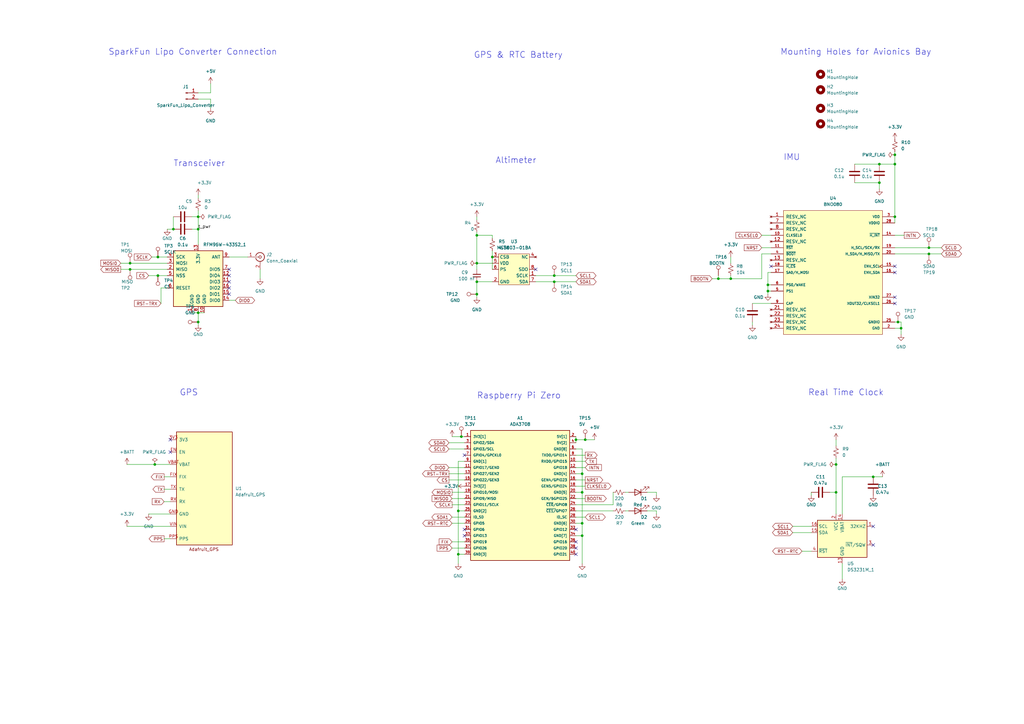
<source format=kicad_sch>
(kicad_sch (version 20211123) (generator eeschema)
  (paper "A3")
  (title_block (title "Neutro") (date "2023-01-05") (rev "v1") (company "Rice Eclipse") (comment 1 "Hong-Ye Wang"))
  (lib_symbols
    (symbol "Connector:Conn_Coaxial" (pin_names (offset 1.016) hide)
      (property "Reference" "J" (at 0.254 3.048 0))
      (property "Value" "Conn_Coaxial" (at 2.921 0 90))
      (symbol "Conn_Coaxial_0_1"
        (arc (start -1.778 -0.508) (mid 0.2311 -1.8066) (end 1.778 0) (stroke (width 0.254)))
        (polyline (pts (xy -2.54 0) (xy -0.508 0)))
        (polyline (pts (xy 0 -2.54) (xy 0 -1.778)))
        (circle (center 0 0) (radius 0.508) (stroke (width 0.2032)))
        (arc (start 1.778 0) (mid 0.2099 1.8101) (end -1.778 0.508) (stroke (width 0.254)))
      )
      (symbol "Conn_Coaxial_1_1"
        (pin passive line (at -5.08 0 0) (length 2.54) (name "In") (number "1"))
        (pin passive line (at 0 -5.08 90) (length 2.54) (name "Ext") (number "2"))
      )
    )
    (symbol "Connector:TestPoint" (pin_numbers hide) (pin_names (offset 0.762) hide)
      (property "Reference" "TP" (at 0 6.858 0))
      (property "Value" "TestPoint" (at 0 5.08 0))
      (symbol "TestPoint_0_1"
        (circle (center 0 3.302) (radius 0.762))
      )
      (symbol "TestPoint_1_1"
        (pin passive line (at 0 0 90) (length 2.54) (name "1") (number "1"))
      )
    )
    (symbol "Device:C" (pin_numbers hide) (pin_names (offset 0.254))
      (property "Reference" "C" (at 0.635 2.54 0))
      (property "Value" "C" (at 0.635 -2.54 0))
      (symbol "C_0_1"
        (polyline (pts (xy -2.032 -0.762) (xy 2.032 -0.762)) (stroke (width 0.508)))
        (polyline (pts (xy -2.032 0.762) (xy 2.032 0.762)) (stroke (width 0.508)))
      )
      (symbol "C_1_1"
        (pin passive line (at 0 3.81 270) (length 2.794) (name "~") (number "1"))
        (pin passive line (at 0 -3.81 90) (length 2.794) (name "~") (number "2"))
      )
    )
    (symbol "Device:C_Small" (pin_numbers hide) (pin_names (offset 0.254) hide)
      (property "Reference" "C" (at 0.254 1.778 0))
      (property "Value" "C_Small" (at 0.254 -2.032 0))
      (symbol "C_Small_0_1"
        (polyline (pts (xy -1.524 -0.508) (xy 1.524 -0.508)) (stroke (width 0.3302)))
        (polyline (pts (xy -1.524 0.508) (xy 1.524 0.508)) (stroke (width 0.3048)))
      )
      (symbol "C_Small_1_1"
        (pin passive line (at 0 2.54 270) (length 2.032) (name "~") (number "1"))
        (pin passive line (at 0 -2.54 90) (length 2.032) (name "~") (number "2"))
      )
    )
    (symbol "Device:LED" (pin_numbers hide) (pin_names (offset 1.016) hide)
      (property "Reference" "D" (at 0 2.54 0))
      (property "Value" "LED" (at 0 -2.54 0))
      (symbol "LED_0_1"
        (polyline (pts (xy -1.27 -1.27) (xy -1.27 1.27)) (stroke (width 0.254)))
        (polyline (pts (xy -1.27 0) (xy 1.27 0)))
        (polyline (pts (xy 1.27 -1.27) (xy 1.27 1.27) (xy -1.27 0) (xy 1.27 -1.27)) (stroke (width 0.254)))
        (polyline (pts (xy -3.048 -0.762) (xy -4.572 -2.286) (xy -3.81 -2.286) (xy -4.572 -2.286) (xy -4.572 -1.524)))
        (polyline (pts (xy -1.778 -0.762) (xy -3.302 -2.286) (xy -2.54 -2.286) (xy -3.302 -2.286) (xy -3.302 -1.524)))
      )
      (symbol "LED_1_1"
        (pin passive line (at -3.81 0 0) (length 2.54) (name "K") (number "1"))
        (pin passive line (at 3.81 0 180) (length 2.54) (name "A") (number "2"))
      )
    )
    (symbol "Device:R_Small_US" (pin_numbers hide) (pin_names (offset 0.254) hide)
      (property "Reference" "R" (at 0.762 0.508 0))
      (property "Value" "R_Small_US" (at 0.762 -1.016 0))
      (symbol "R_Small_US_1_1"
        (polyline (pts (xy 0 0) (xy 1.016 -0.381) (xy 0 -0.762) (xy -1.016 -1.143) (xy 0 -1.524)))
        (polyline (pts (xy 0 1.524) (xy 1.016 1.143) (xy 0 0.762) (xy -1.016 0.381) (xy 0 0)))
        (pin passive line (at 0 2.54 270) (length 1.016) (name "~") (number "1"))
        (pin passive line (at 0 -2.54 90) (length 1.016) (name "~") (number "2"))
      )
    )
    (symbol "Mechanical:MountingHole" (pin_names (offset 1.016))
      (property "Reference" "H" (at 0 5.08 0))
      (property "Value" "MountingHole" (at 0 3.175 0))
      (symbol "MountingHole_0_1"
        (circle (center 0 0) (radius 1.27) (stroke (width 1.27)))
      )
    )
    (symbol "Neutro_Symbol:ADA3708" (pin_names (offset 1.016))
      (property "Reference" "A1" (at 0 30.48 0))
      (property "Value" "ADA3708" (at 0 27.94 0))
      (symbol "ADA3708_0_0"
        (rectangle (start -20.32 -27.94) (end 20.32 25.4) (stroke (width 0.254)) (fill (type background)))
        (pin power_out line (at -22.86 22.86 0) (length 2.54) (name "3V3[1]") (number "1"))
        (pin bidirectional line (at 22.86 12.7 180) (length 2.54) (name "RXD0/GPIO15") (number "10"))
        (pin bidirectional line (at -22.86 10.16 0) (length 2.54) (name "GPIO17/GEN0") (number "11"))
        (pin bidirectional line (at 22.86 10.16 180) (length 2.54) (name "GPIO18") (number "12"))
        (pin bidirectional line (at -22.86 7.62 0) (length 2.54) (name "GPIO27/GEN2") (number "13"))
        (pin power_in line (at 22.86 7.62 180) (length 2.54) (name "GND[4]") (number "14"))
        (pin bidirectional line (at -22.86 5.08 0) (length 2.54) (name "GPIO22/GEN3") (number "15"))
        (pin bidirectional line (at 22.86 5.08 180) (length 2.54) (name "GEN4/GPIO23") (number "16"))
        (pin passive line (at -22.86 2.54 0) (length 2.54) (name "3V3[2]") (number "17"))
        (pin bidirectional line (at 22.86 2.54 180) (length 2.54) (name "GEN5/GPIO24") (number "18"))
        (pin bidirectional line (at -22.86 0 0) (length 2.54) (name "GPIO10/MOSI") (number "19"))
        (pin power_in line (at 22.86 22.86 180) (length 2.54) (name "5V[1]") (number "2"))
        (pin power_in line (at 22.86 0 180) (length 2.54) (name "GND[5]") (number "20"))
        (pin bidirectional line (at -22.86 -2.54 0) (length 2.54) (name "GPIO9/MISO") (number "21"))
        (pin bidirectional line (at 22.86 -2.54 180) (length 2.54) (name "GEN/6GPIO25") (number "22"))
        (pin bidirectional line (at -22.86 -5.08 0) (length 2.54) (name "GPIO11/SCLK") (number "23"))
        (pin bidirectional line (at 22.86 -5.08 180) (length 2.54) (name "~{CE0}/GPIO8") (number "24"))
        (pin power_in line (at -22.86 -7.62 0) (length 2.54) (name "GND[2]") (number "25"))
        (pin bidirectional line (at 22.86 -7.62 180) (length 2.54) (name "~{CE1/}GPIO7") (number "26"))
        (pin bidirectional line (at -22.86 -10.16 0) (length 2.54) (name "ID_SD") (number "27"))
        (pin bidirectional line (at 22.86 -10.16 180) (length 2.54) (name "ID_SC") (number "28"))
        (pin bidirectional line (at -22.86 -12.7 0) (length 2.54) (name "GPIO5") (number "29"))
        (pin bidirectional line (at -22.86 20.32 0) (length 2.54) (name "GPIO2/SDA") (number "3"))
        (pin power_in line (at 22.86 -12.7 180) (length 2.54) (name "GND[6]") (number "30"))
        (pin bidirectional line (at -22.86 -15.24 0) (length 2.54) (name "GPIO6") (number "31"))
        (pin bidirectional line (at 22.86 -15.24 180) (length 2.54) (name "GPIO12") (number "32"))
        (pin bidirectional line (at -22.86 -17.78 0) (length 2.54) (name "GPIO13") (number "33"))
        (pin power_in line (at 22.86 -17.78 180) (length 2.54) (name "GND[7]") (number "34"))
        (pin bidirectional line (at -22.86 -20.32 0) (length 2.54) (name "GPIO19") (number "35"))
        (pin bidirectional line (at 22.86 -20.32 180) (length 2.54) (name "GPIO16") (number "36"))
        (pin bidirectional line (at -22.86 -22.86 0) (length 2.54) (name "GPIO26") (number "37"))
        (pin bidirectional line (at 22.86 -22.86 180) (length 2.54) (name "GPIO20") (number "38"))
        (pin power_in line (at -22.86 -25.4 0) (length 2.54) (name "GND[3]") (number "39"))
        (pin power_in line (at 22.86 20.32 180) (length 2.54) (name "5V[2]") (number "4"))
        (pin bidirectional line (at 22.86 -25.4 180) (length 2.54) (name "GPIO21") (number "40"))
        (pin bidirectional line (at -22.86 17.78 0) (length 2.54) (name "GPIO3/SCL") (number "5"))
        (pin power_in line (at 22.86 17.78 180) (length 2.54) (name "GND[8]") (number "6"))
        (pin bidirectional line (at -22.86 15.24 0) (length 2.54) (name "GPIO4/GPCKL0") (number "7"))
        (pin bidirectional line (at 22.86 15.24 180) (length 2.54) (name "TXD0/GPIO14") (number "8"))
        (pin power_in line (at -22.86 12.7 0) (length 2.54) (name "GND[1]") (number "9"))
      )
    )
    (symbol "Neutro_Symbol:Adafruit_GPS" (pin_names (offset 1.016))
      (property "Reference" "U1" (at 13.97 -9.8384 0))
      (property "Value" "Adafruit_GPS" (at 13.97 -12.3784 0))
      (symbol "Adafruit_GPS_0_0"
        (rectangle (start -10.16 13.335) (end 12.7 -33.02) (stroke (width 0.254)) (fill (type background)))
        (text "Adafruit_GPS" (at -5.08 -35.56 0) (effects (font (size 1.27 1.27)) (justify left bottom)))
      )
      (symbol "Adafruit_GPS_1_1"
        (pin power_out line (at -12.7 10.16 0) (length 2.54) (name "3V3") (number "3V3"))
        (pin input line (at -12.7 5.08 0) (length 2.54) (name "EN") (number "EN"))
        (pin output line (at -12.7 -5.08 0) (length 2.54) (name "FIX") (number "FIX"))
        (pin power_in line (at -12.7 -20.32 0) (length 2.54) (name "GND") (number "GND"))
        (pin output line (at -12.7 -30.48 0) (length 2.54) (name "PPS") (number "PPS"))
        (pin input line (at -12.7 -15.24 0) (length 2.54) (name "RX") (number "RX"))
        (pin output line (at -12.7 -10.16 0) (length 2.54) (name "TX") (number "TX"))
        (pin power_in line (at -12.7 0 0) (length 2.54) (name "VBAT") (number "VBAT"))
        (pin power_in line (at -12.7 -25.4 0) (length 2.54) (name "VIN") (number "VIN"))
      )
    )
    (symbol "Neutro_Symbol:BNO080" (pin_names (offset 1.016))
      (property "Reference" "U4" (at 0 30.48 0))
      (property "Value" "BNO080" (at 0 27.94 0))
      (symbol "BNO080_0_0"
        (rectangle (start -20.32 -25.4) (end 20.32 25.4) (stroke (width 0.1524)) (fill (type background)))
        (pin input line (at -25.4 15.24 0) (length 5.08) (name "CLKSEL0") (number "10"))
        (pin input line (at -25.4 10.16 0) (length 5.08) (name "~{RST}") (number "11"))
        (pin output line (at 25.4 15.24 180) (length 5.08) (name "~{H_INT}") (number "14"))
        (pin bidirectional clock (at 25.4 2.54 180) (length 5.08) (name "ENV_SCL") (number "15"))
        (pin bidirectional line (at 25.4 0 180) (length 5.08) (name "ENV_SDA") (number "16"))
        (pin input line (at -25.4 0 0) (length 5.08) (name "SA0/H_MOSI") (number "17"))
        (pin input line (at -25.4 2.54 0) (length 5.08) (name "~{H_CS}") (number "18"))
        (pin bidirectional line (at 25.4 10.16 180) (length 5.08) (name "H_SCL/SCK/RX") (number "19"))
        (pin power_in line (at 25.4 -22.86 180) (length 5.08) (name "GND") (number "2"))
        (pin bidirectional line (at 25.4 7.62 180) (length 5.08) (name "H_SDA/H_MISO/TX") (number "20"))
        (pin power_in line (at 25.4 -20.32 180) (length 5.08) (name "GNDIO") (number "25"))
        (pin output line (at 25.4 -12.7 180) (length 5.08) (name "XOUT32/CLKSEL1") (number "26"))
        (pin input line (at 25.4 -10.16 180) (length 5.08) (name "XIN32") (number "27"))
        (pin power_in line (at 25.4 20.32 180) (length 5.08) (name "VDDIO") (number "28"))
        (pin power_in line (at 25.4 22.86 180) (length 5.08) (name "VDD") (number "3"))
        (pin input line (at -25.4 7.62 0) (length 5.08) (name "~{BOOT}") (number "4"))
        (pin input line (at -25.4 -7.62 0) (length 5.08) (name "PS1") (number "5"))
        (pin input line (at -25.4 -5.08 0) (length 5.08) (name "PS0/WAKE") (number "6"))
        (pin passive line (at -25.4 -12.7 0) (length 5.08) (name "CAP") (number "9"))
      )
      (symbol "BNO080_1_1"
        (pin no_connect line (at -25.4 22.86 0) (length 5.08) (name "RESV_NC") (number "1"))
        (pin no_connect line (at -25.4 12.7 0) (length 5.08) (name "RESV_NC") (number "12"))
        (pin no_connect line (at -25.4 5.08 0) (length 5.08) (name "RESV_NC") (number "13"))
        (pin no_connect line (at -25.4 -15.24 0) (length 5.08) (name "RESV_NC") (number "21"))
        (pin no_connect line (at -25.4 -17.78 0) (length 5.08) (name "RESV_NC") (number "22"))
        (pin no_connect line (at -25.4 -20.32 0) (length 5.08) (name "RESV_NC") (number "23"))
        (pin no_connect line (at -25.4 -22.86 0) (length 5.08) (name "RESV_NC") (number "24"))
        (pin no_connect line (at -25.4 20.32 0) (length 5.08) (name "RESV_NC") (number "7"))
        (pin no_connect line (at -25.4 17.78 0) (length 5.08) (name "RESV_NC") (number "8"))
      )
    )
    (symbol "Neutro_Symbol:DS3231M_1"
      (property "Reference" "U5" (at 2.54 11.43 0))
      (property "Value" "DS3231M_1" (at 2.54 8.89 0))
      (symbol "DS3231M_1_0_1"
        (rectangle (start -10.16 7.62) (end 10.16 -7.62) (stroke (width 0.254)) (fill (type background)))
      )
      (symbol "DS3231M_1_1_1"
        (pin open_collector line (at 12.7 5.08 180) (length 2.54) (name "32KHZ") (number "1"))
        (pin passive line (at 0 -10.16 90) (length 2.54) hide (name "GND") (number "10"))
        (pin passive line (at 0 -10.16 90) (length 2.54) hide (name "GND") (number "11"))
        (pin passive line (at 0 -10.16 90) (length 2.54) hide (name "GND") (number "12"))
        (pin power_in line (at 0 -10.16 90) (length 2.54) (name "GND") (number "13"))
        (pin power_in line (at 0 10.16 270) (length 2.54) (name "VBAT") (number "14"))
        (pin bidirectional line (at -12.7 2.54 0) (length 2.54) (name "SDA") (number "15"))
        (pin input line (at -12.7 5.08 0) (length 2.54) (name "SCL") (number "16"))
        (pin power_in line (at -2.54 10.16 270) (length 2.54) (name "VCC") (number "2"))
        (pin open_collector line (at 12.7 -2.54 180) (length 2.54) (name "~{INT}/SQW") (number "3"))
        (pin bidirectional line (at -12.7 -5.08 0) (length 2.54) (name "~{RST}") (number "4"))
        (pin passive line (at 0 -10.16 90) (length 2.54) hide (name "GND") (number "5"))
        (pin passive line (at 0 -10.16 90) (length 2.54) hide (name "GND") (number "6"))
        (pin passive line (at 0 -10.16 90) (length 2.54) hide (name "GND") (number "7"))
        (pin passive line (at 0 -10.16 90) (length 2.54) hide (name "GND") (number "8"))
        (pin passive line (at 0 -10.16 90) (length 2.54) hide (name "GND") (number "9"))
      )
    )
    (symbol "Neutro_Symbol:MS5803-01BA"
      (property "Reference" "U3" (at 5.08 7.62 0))
      (property "Value" "MS5803-01BA" (at 0 5.08 0))
      (symbol "MS5803-01BA_0_1"
        (rectangle (start -6.35 3.81) (end 6.35 -8.89) (fill (type background)))
      )
      (symbol "MS5803-01BA_1_1"
        (pin input line (at 8.89 -5.08 180) (length 2.54) (name "SCLK") (number "1"))
        (pin power_in line (at -8.89 -7.62 0) (length 2.54) (name "GND") (number "2"))
        (pin input line (at -8.89 2.54 0) (length 2.54) (name "CSB") (number "3"))
        (pin no_connect line (at 8.89 2.54 180) (length 2.54) (name "NC") (number "4"))
        (pin power_in line (at -8.89 0 0) (length 2.54) (name "VDD") (number "5"))
        (pin input line (at -8.89 -2.54 0) (length 2.54) (name "PS") (number "6"))
        (pin bidirectional line (at 8.89 -7.62 180) (length 2.54) (name "SDA") (number "7"))
        (pin output line (at 8.89 -2.54 180) (length 2.54) (name "SDO") (number "8"))
      )
    )
    (symbol "Neutro_Symbol:RFM96W-433S2_1" (pin_names (offset 1.016))
      (property "Value" "RFM96W-433S2_1" (at 1.27 11.43 0))
      (symbol "RFM96W-433S2_1_0_1"
        (rectangle (start -10.16 10.16) (end 10.16 -12.7) (stroke (width 0.254)) (fill (type background)))
      )
      (symbol "RFM96W-433S2_1_1_1"
        (pin power_in line (at -2.54 -15.24 90) (length 2.54) (name "GND") (number "1"))
        (pin power_in line (at 2.54 -15.24 90) (length 2.54) (name "GND") (number "10"))
        (pin bidirectional line (at 12.7 -2.54 180) (length 2.54) (name "DIO3") (number "11"))
        (pin bidirectional line (at 12.7 0 180) (length 2.54) (name "DIO4") (number "12"))
        (pin power_in line (at 0 12.7 270) (length 2.54) (name "3.3V") (number "13"))
        (pin bidirectional line (at 12.7 -10.16 180) (length 2.54) (name "DIO0") (number "14"))
        (pin bidirectional line (at 12.7 -7.62 180) (length 2.54) (name "DIO1") (number "15"))
        (pin bidirectional line (at 12.7 -5.08 180) (length 2.54) (name "DIO2") (number "16"))
        (pin output line (at -12.7 2.54 0) (length 2.54) (name "MISO") (number "2"))
        (pin input line (at -12.7 5.08 0) (length 2.54) (name "MOSI") (number "3"))
        (pin input line (at -12.7 7.62 0) (length 2.54) (name "SCK") (number "4"))
        (pin input line (at -12.7 0 0) (length 2.54) (name "NSS") (number "5"))
        (pin bidirectional line (at -12.7 -5.08 0) (length 2.54) (name "RESET") (number "6"))
        (pin bidirectional line (at 12.7 2.54 180) (length 2.54) (name "DIO5") (number "7"))
        (pin power_in line (at 0 -15.24 90) (length 2.54) (name "GND") (number "8"))
        (pin bidirectional line (at 12.7 7.62 180) (length 2.54) (name "ANT") (number "9"))
      )
    )
    (symbol "Neutro_Symbol:SparkFun_Lipo_Converter" (pin_names (offset 1.016) hide)
      (property "Reference" "J1" (at 0 2.54 0))
      (property "Value" "SparkFun_Lipo_Converter" (at 0 -5.08 0))
      (symbol "SparkFun_Lipo_Converter_1_1"
        (polyline (pts (xy 1.27 -2.54) (xy 0.8636 -2.54)) (stroke (width 0.1524)))
        (polyline (pts (xy 1.27 0) (xy 0.8636 0)) (stroke (width 0.1524)))
        (rectangle (start 0.8636 -2.413) (end 0 -2.667) (stroke (width 0.1524)) (fill (type outline)))
        (rectangle (start 0.8636 0.127) (end 0 -0.127) (stroke (width 0.1524)) (fill (type outline)))
        (pin power_out line (at 5.08 0 180) (length 3.81) (name "Pin_1") (number "1"))
        (pin power_out line (at 5.08 -2.54 180) (length 3.81) (name "Pin_2") (number "2"))
      )
    )
    (symbol "power:+3.3V" (power) (pin_names (offset 0))
      (property "Value" "+3.3V" (at 0 3.556 0))
      (symbol "+3.3V_0_1"
        (polyline (pts (xy -0.762 1.27) (xy 0 2.54)))
        (polyline (pts (xy 0 0) (xy 0 2.54)))
        (polyline (pts (xy 0 2.54) (xy 0.762 1.27)))
      )
      (symbol "+3.3V_1_1"
        (pin power_in line (at 0 0 90) (length 0) hide (name "+3.3V") (number "1"))
      )
    )
    (symbol "power:+5V" (power) (pin_names (offset 0))
      (property "Value" "+5V" (at 0 3.556 0))
      (symbol "+5V_0_1"
        (polyline (pts (xy -0.762 1.27) (xy 0 2.54)))
        (polyline (pts (xy 0 0) (xy 0 2.54)))
        (polyline (pts (xy 0 2.54) (xy 0.762 1.27)))
      )
      (symbol "+5V_1_1"
        (pin power_in line (at 0 0 90) (length 0) hide (name "+5V") (number "1"))
      )
    )
    (symbol "power:+BATT" (power) (pin_names (offset 0))
      (property "Value" "+BATT" (at 0 3.556 0))
      (symbol "+BATT_0_1"
        (polyline (pts (xy -0.762 1.27) (xy 0 2.54)))
        (polyline (pts (xy 0 0) (xy 0 2.54)))
        (polyline (pts (xy 0 2.54) (xy 0.762 1.27)))
      )
      (symbol "+BATT_1_1"
        (pin power_in line (at 0 0 90) (length 0) hide (name "+BATT") (number "1"))
      )
    )
    (symbol "power:GND" (power) (pin_names (offset 0))
      (property "Value" "GND" (at 0 -3.81 0))
      (symbol "GND_0_1"
        (polyline (pts (xy 0 0) (xy 0 -1.27) (xy 1.27 -1.27) (xy 0 -2.54) (xy -1.27 -1.27) (xy 0 -1.27)))
      )
      (symbol "GND_1_1"
        (pin power_in line (at 0 0 270) (length 0) hide (name "GND") (number "1"))
      )
    )
    (symbol "power:PWR_FLAG" (power) (pin_numbers hide) (pin_names (offset 0) hide)
      (property "Value" "PWR_FLAG" (at 0 3.81 0))
      (symbol "PWR_FLAG_0_0"
        (pin power_out line (at 0 0 90) (length 0) (name "pwr") (number "1"))
      )
      (symbol "PWR_FLAG_0_1"
        (polyline (pts (xy 0 0) (xy 0 1.27) (xy -1.016 1.905) (xy 0 2.54) (xy 1.016 1.905) (xy 0 1.27)))
      )
    )
  )
  (junction (at 81.28 93.98))
  (junction (at 187.96 227.33))
  (junction (at 81.28 128.27))
  (junction (at 294.64 114.3))
  (junction (at 240.03 180.34))
  (junction (at 367.03 67.31))
  (junction (at 342.9 201.93))
  (junction (at 238.76 219.71))
  (junction (at 53.34 110.49))
  (junction (at 64.77 113.03))
  (junction (at 201.93 105.41))
  (junction (at 381 101.6))
  (junction (at 189.23 179.07))
  (junction (at 195.58 107.95))
  (junction (at 367.03 88.9))
  (junction (at 195.58 96.52))
  (junction (at 314.96 119.38))
  (junction (at 81.28 132.08))
  (junction (at 358.14 195.58))
  (junction (at 367.03 63.5))
  (junction (at 227.33 113.03))
  (junction (at 187.96 209.55))
  (junction (at 195.58 120.65))
  (junction (at 63.5 190.5))
  (junction (at 314.96 116.84))
  (junction (at 381 104.14))
  (junction (at 368.3 132.08))
  (junction (at 299.72 114.3))
  (junction (at 238.76 194.31))
  (junction (at 369.57 134.62))
  (junction (at 64.77 105.41))
  (junction (at 71.12 93.98))
  (junction (at 360.68 74.93))
  (junction (at 53.34 107.95))
  (junction (at 195.58 115.57))
  (junction (at 236.22 180.34))
  (junction (at 342.9 190.5))
  (junction (at 238.76 201.93))
  (junction (at 360.68 67.31))
  (junction (at 227.33 115.57))
  (junction (at 238.76 214.63))
  (junction (at 81.28 88.9))
  (no_connect (at 358.14 223.52))
  (no_connect (at 367.03 124.46))
  (no_connect (at 358.14 215.9))
  (no_connect (at 93.98 118.11))
  (no_connect (at 190.5 186.69))
  (no_connect (at 236.22 217.17))
  (no_connect (at 236.22 227.33))
  (no_connect (at 367.03 121.92))
  (no_connect (at 219.71 110.49))
  (no_connect (at 316.23 109.22))
  (no_connect (at 190.5 217.17))
  (no_connect (at 236.22 222.25))
  (no_connect (at 190.5 219.71))
  (no_connect (at 93.98 115.57))
  (no_connect (at 93.98 113.03))
  (no_connect (at 236.22 224.79))
  (no_connect (at 93.98 110.49))
  (no_connect (at 93.98 120.65))
  (no_connect (at 367.03 109.22))
  (no_connect (at 69.85 180.34))
  (no_connect (at 69.85 185.42))
  (no_connect (at 367.03 111.76))
  (wire (pts (xy 314.96 119.38) (xy 314.96 120.65)))
  (wire (pts (xy 332.74 201.93) (xy 332.74 203.2)))
  (wire (pts (xy 367.03 96.52) (xy 370.84 96.52)))
  (wire (pts (xy 236.22 201.93) (xy 238.76 201.93)))
  (wire (pts (xy 81.28 88.9) (xy 81.28 93.98)))
  (wire (pts (xy 342.9 190.5) (xy 342.9 201.93)))
  (wire (pts (xy 299.72 105.41) (xy 299.72 107.95)))
  (wire (pts (xy 185.42 204.47) (xy 190.5 204.47)))
  (wire (pts (xy 81.28 38.1) (xy 86.36 38.1)))
  (wire (pts (xy 350.52 74.93) (xy 360.68 74.93)))
  (wire (pts (xy 86.36 34.29) (xy 86.36 38.1)))
  (wire (pts (xy 60.96 210.82) (xy 69.85 210.82)))
  (wire (pts (xy 312.42 101.6) (xy 316.23 101.6)))
  (wire (pts (xy 360.68 67.31) (xy 350.52 67.31)))
  (wire (pts (xy 299.72 113.03) (xy 299.72 114.3)))
  (wire (pts (xy 236.22 180.34) (xy 236.22 181.61)))
  (wire (pts (xy 240.03 180.34) (xy 243.84 180.34)))
  (wire (pts (xy 367.03 132.08) (xy 368.3 132.08)))
  (wire (pts (xy 345.44 195.58) (xy 358.14 195.58)))
  (wire (pts (xy 96.52 123.19) (xy 93.98 123.19)))
  (wire (pts (xy 369.57 134.62) (xy 367.03 134.62)))
  (wire (pts (xy 269.24 209.55) (xy 269.24 210.82)))
  (wire (pts (xy 342.9 180.34) (xy 342.9 182.88)))
  (wire (pts (xy 251.46 201.93) (xy 251.46 207.01)))
  (wire (pts (xy 187.96 227.33) (xy 187.96 231.14)))
  (wire (pts (xy 195.58 96.52) (xy 195.58 107.95)))
  (wire (pts (xy 367.03 104.14) (xy 381 104.14)))
  (wire (pts (xy 60.96 113.03) (xy 64.77 113.03)))
  (wire (pts (xy 236.22 191.77) (xy 240.03 191.77)))
  (wire (pts (xy 185.42 224.79) (xy 190.5 224.79)))
  (wire (pts (xy 67.31 200.66) (xy 69.85 200.66)))
  (wire (pts (xy 314.96 116.84) (xy 314.96 119.38)))
  (wire (pts (xy 49.53 107.95) (xy 53.34 107.95)))
  (wire (pts (xy 236.22 214.63) (xy 238.76 214.63)))
  (wire (pts (xy 345.44 195.58) (xy 345.44 210.82)))
  (wire (pts (xy 81.28 133.35) (xy 81.28 132.08)))
  (wire (pts (xy 308.61 132.08) (xy 308.61 133.35)))
  (wire (pts (xy 185.42 214.63) (xy 190.5 214.63)))
  (wire (pts (xy 67.31 195.58) (xy 69.85 195.58)))
  (wire (pts (xy 367.03 63.5) (xy 367.03 67.31)))
  (wire (pts (xy 308.61 124.46) (xy 316.23 124.46)))
  (wire (pts (xy 238.76 194.31) (xy 238.76 201.93)))
  (wire (pts (xy 345.44 231.14) (xy 345.44 237.49)))
  (wire (pts (xy 381 104.14) (xy 386.08 104.14)))
  (wire (pts (xy 185.42 212.09) (xy 190.5 212.09)))
  (wire (pts (xy 340.36 201.93) (xy 342.9 201.93)))
  (wire (pts (xy 66.04 124.46) (xy 66.04 118.11)))
  (wire (pts (xy 367.03 101.6) (xy 381 101.6)))
  (wire (pts (xy 236.22 204.47) (xy 240.03 204.47)))
  (wire (pts (xy 53.34 110.49) (xy 68.58 110.49)))
  (wire (pts (xy 265.43 201.93) (xy 269.24 201.93)))
  (wire (pts (xy 67.31 205.74) (xy 69.85 205.74)))
  (wire (pts (xy 71.12 88.9) (xy 71.12 93.98)))
  (wire (pts (xy 312.42 96.52) (xy 316.23 96.52)))
  (wire (pts (xy 52.07 190.5) (xy 63.5 190.5)))
  (wire (pts (xy 66.04 118.11) (xy 68.58 118.11)))
  (wire (pts (xy 369.57 132.08) (xy 369.57 134.62)))
  (wire (pts (xy 67.31 220.98) (xy 69.85 220.98)))
  (wire (pts (xy 256.54 209.55) (xy 257.81 209.55)))
  (wire (pts (xy 195.58 121.92) (xy 195.58 120.65)))
  (wire (pts (xy 367.03 67.31) (xy 360.68 67.31)))
  (wire (pts (xy 68.58 93.98) (xy 71.12 93.98)))
  (wire (pts (xy 316.23 104.14) (xy 312.42 104.14)))
  (wire (pts (xy 195.58 107.95) (xy 195.58 110.49)))
  (wire (pts (xy 185.42 222.25) (xy 190.5 222.25)))
  (wire (pts (xy 314.96 116.84) (xy 316.23 116.84)))
  (wire (pts (xy 367.03 67.31) (xy 367.03 88.9)))
  (wire (pts (xy 227.33 113.03) (xy 236.22 113.03)))
  (wire (pts (xy 49.53 110.49) (xy 53.34 110.49)))
  (wire (pts (xy 238.76 219.71) (xy 238.76 231.14)))
  (wire (pts (xy 236.22 199.39) (xy 240.03 199.39)))
  (wire (pts (xy 238.76 201.93) (xy 238.76 214.63)))
  (wire (pts (xy 64.77 113.03) (xy 68.58 113.03)))
  (wire (pts (xy 316.23 111.76) (xy 314.96 111.76)))
  (wire (pts (xy 185.42 179.07) (xy 189.23 179.07)))
  (wire (pts (xy 52.07 215.9) (xy 69.85 215.9)))
  (wire (pts (xy 187.96 189.23) (xy 187.96 209.55)))
  (wire (pts (xy 81.28 40.64) (xy 86.36 40.64)))
  (wire (pts (xy 201.93 97.79) (xy 201.93 96.52)))
  (wire (pts (xy 342.9 201.93) (xy 342.9 210.82)))
  (wire (pts (xy 195.58 107.95) (xy 201.93 107.95)))
  (wire (pts (xy 195.58 115.57) (xy 195.58 120.65)))
  (wire (pts (xy 93.98 105.41) (xy 101.6 105.41)))
  (wire (pts (xy 189.23 179.07) (xy 190.5 179.07)))
  (wire (pts (xy 236.22 212.09) (xy 240.03 212.09)))
  (wire (pts (xy 256.54 201.93) (xy 257.81 201.93)))
  (wire (pts (xy 185.42 207.01) (xy 190.5 207.01)))
  (wire (pts (xy 185.42 201.93) (xy 190.5 201.93)))
  (wire (pts (xy 265.43 209.55) (xy 269.24 209.55)))
  (wire (pts (xy 325.12 218.44) (xy 332.74 218.44)))
  (wire (pts (xy 81.28 80.01) (xy 81.28 81.28)))
  (wire (pts (xy 360.68 74.93) (xy 360.68 77.47)))
  (wire (pts (xy 78.74 88.9) (xy 81.28 88.9)))
  (wire (pts (xy 187.96 209.55) (xy 190.5 209.55)))
  (wire (pts (xy 195.58 115.57) (xy 201.93 115.57)))
  (wire (pts (xy 236.22 207.01) (xy 251.46 207.01)))
  (wire (pts (xy 367.03 62.23) (xy 367.03 63.5)))
  (wire (pts (xy 81.28 93.98) (xy 81.28 100.33)))
  (wire (pts (xy 184.15 196.85) (xy 190.5 196.85)))
  (wire (pts (xy 106.68 110.49) (xy 106.68 114.3)))
  (wire (pts (xy 184.15 191.77) (xy 190.5 191.77)))
  (wire (pts (xy 184.15 181.61) (xy 190.5 181.61)))
  (wire (pts (xy 63.5 190.5) (xy 69.85 190.5)))
  (wire (pts (xy 294.64 113.03) (xy 294.64 114.3)))
  (wire (pts (xy 53.34 107.95) (xy 68.58 107.95)))
  (wire (pts (xy 368.3 132.08) (xy 369.57 132.08)))
  (wire (pts (xy 238.76 214.63) (xy 238.76 219.71)))
  (wire (pts (xy 195.58 95.25) (xy 195.58 96.52)))
  (wire (pts (xy 190.5 189.23) (xy 187.96 189.23)))
  (wire (pts (xy 201.93 105.41) (xy 201.93 110.49)))
  (wire (pts (xy 81.28 128.27) (xy 83.82 128.27)))
  (wire (pts (xy 64.77 105.41) (xy 68.58 105.41)))
  (wire (pts (xy 187.96 209.55) (xy 187.96 227.33)))
  (wire (pts (xy 325.12 215.9) (xy 332.74 215.9)))
  (wire (pts (xy 328.93 226.06) (xy 332.74 226.06)))
  (wire (pts (xy 62.23 105.41) (xy 64.77 105.41)))
  (wire (pts (xy 342.9 187.96) (xy 342.9 190.5)))
  (wire (pts (xy 358.14 195.58) (xy 361.95 195.58)))
  (wire (pts (xy 195.58 88.9) (xy 195.58 90.17)))
  (wire (pts (xy 219.71 113.03) (xy 227.33 113.03)))
  (wire (pts (xy 78.74 128.27) (xy 81.28 128.27)))
  (wire (pts (xy 236.22 189.23) (xy 240.03 189.23)))
  (wire (pts (xy 236.22 180.34) (xy 240.03 180.34)))
  (wire (pts (xy 369.57 134.62) (xy 369.57 137.16)))
  (wire (pts (xy 299.72 114.3) (xy 312.42 114.3)))
  (wire (pts (xy 227.33 115.57) (xy 236.22 115.57)))
  (wire (pts (xy 236.22 219.71) (xy 238.76 219.71)))
  (wire (pts (xy 292.1 114.3) (xy 294.64 114.3)))
  (wire (pts (xy 269.24 201.93) (xy 269.24 203.2)))
  (wire (pts (xy 184.15 194.31) (xy 190.5 194.31)))
  (wire (pts (xy 201.93 96.52) (xy 195.58 96.52)))
  (wire (pts (xy 219.71 115.57) (xy 227.33 115.57)))
  (wire (pts (xy 367.03 88.9) (xy 367.03 91.44)))
  (wire (pts (xy 236.22 209.55) (xy 251.46 209.55)))
  (wire (pts (xy 236.22 184.15) (xy 238.76 184.15)))
  (wire (pts (xy 236.22 196.85) (xy 240.03 196.85)))
  (wire (pts (xy 236.22 186.69) (xy 240.03 186.69)))
  (wire (pts (xy 78.74 93.98) (xy 81.28 93.98)))
  (wire (pts (xy 381 101.6) (xy 386.08 101.6)))
  (wire (pts (xy 312.42 104.14) (xy 312.42 114.3)))
  (wire (pts (xy 81.28 128.27) (xy 81.28 132.08)))
  (wire (pts (xy 314.96 119.38) (xy 316.23 119.38)))
  (wire (pts (xy 187.96 227.33) (xy 190.5 227.33)))
  (wire (pts (xy 184.15 184.15) (xy 190.5 184.15)))
  (wire (pts (xy 294.64 114.3) (xy 299.72 114.3)))
  (wire (pts (xy 314.96 111.76) (xy 314.96 116.84)))
  (wire (pts (xy 236.22 179.07) (xy 236.22 180.34)))
  (wire (pts (xy 81.28 86.36) (xy 81.28 88.9)))
  (wire (pts (xy 201.93 102.87) (xy 201.93 105.41)))
  (wire (pts (xy 238.76 184.15) (xy 238.76 194.31)))
  (wire (pts (xy 86.36 40.64) (xy 86.36 44.45)))
  (wire (pts (xy 236.22 194.31) (xy 238.76 194.31)))
  (text "IMU\n" (at 321.31 66.04 0) (effects (font (size 2.5 2.5)) (justify left bottom)))
  (text "Raspberry Pi Zero\n" (at 195.58 163.83 0) (effects (font (size 2.5 2.5)) (justify left bottom)))
  (text "GPS & RTC Battery" (at 194.31 24.13 0) (effects (font (size 2.5 2.5)) (justify left bottom)))
  (text "SparkFun Lipo Converter Connection" (at 44.45 22.86 0) (effects (font (size 2.5 2.5)) (justify left bottom)))
  (text "GPS" (at 73.66 162.56 0) (effects (font (size 2.5 2.5)) (justify left bottom)))
  (text "Altimeter" (at 203.2 67.31 0) (effects (font (size 2.5 2.5)) (justify left bottom)))
  (text "Real Time Clock" (at 331.47 162.56 0) (effects (font (size 2.5 2.5)) (justify left bottom)))
  (text "Transceiver\n" (at 71.12 68.58 0) (effects (font (size 2.5 2.5)) (justify left bottom)))
  (text "Mounting Holes for Avionics Bay\n" (at 320.04 22.86 0) (effects (font (size 2.5 2.5)) (justify left bottom)))
  (label "t_pwr" (at 81.28 93.98 0))
  (global_label "INTN" (shape output) (at 370.84 96.52 0) (property "Intersheet References" "${INTERSHEET_REFS}" (effects hide)))
  (global_label "FIX" (shape output) (at 67.31 195.58 180) (property "Intersheet References" "${INTERSHEET_REFS}" (effects hide)))
  (global_label "SCL1" (shape bidirectional) (at 236.22 113.03 0) (property "Intersheet References" "${INTERSHEET_REFS}" (effects hide)))
  (global_label "SDA1" (shape bidirectional) (at 185.42 212.09 180) (property "Intersheet References" "${INTERSHEET_REFS}" (effects hide)))
  (global_label "CLKSEL0" (shape output) (at 240.03 199.39 0) (property "Intersheet References" "${INTERSHEET_REFS}" (effects hide)))
  (global_label "MOSI0" (shape input) (at 49.53 107.95 180) (property "Intersheet References" "${INTERSHEET_REFS}" (effects hide)))
  (global_label "SCLK" (shape output) (at 185.42 207.01 180) (property "Intersheet References" "${INTERSHEET_REFS}" (effects hide)))
  (global_label "MISO0" (shape output) (at 49.53 110.49 180) (property "Intersheet References" "${INTERSHEET_REFS}" (effects hide)))
  (global_label "MOSI0" (shape output) (at 185.42 201.93 180) (property "Intersheet References" "${INTERSHEET_REFS}" (effects hide)))
  (global_label "TX" (shape output) (at 67.31 200.66 180) (property "Intersheet References" "${INTERSHEET_REFS}" (effects hide)))
  (global_label "RST-RTC" (shape bidirectional) (at 328.93 226.06 180) (property "Intersheet References" "${INTERSHEET_REFS}" (effects hide)))
  (global_label "NRST" (shape input) (at 312.42 101.6 180) (property "Intersheet References" "${INTERSHEET_REFS}" (effects hide)))
  (global_label "SCL0" (shape bidirectional) (at 184.15 184.15 180) (property "Intersheet References" "${INTERSHEET_REFS}" (effects hide)))
  (global_label "CLKSEL0" (shape input) (at 312.42 96.52 180) (property "Intersheet References" "${INTERSHEET_REFS}" (effects hide)))
  (global_label "PPS" (shape input) (at 185.42 224.79 180) (property "Intersheet References" "${INTERSHEET_REFS}" (effects hide)))
  (global_label "BOOTN" (shape output) (at 240.03 204.47 0) (property "Intersheet References" "${INTERSHEET_REFS}" (effects hide)))
  (global_label "TX" (shape input) (at 240.03 189.23 0) (property "Intersheet References" "${INTERSHEET_REFS}" (effects hide)))
  (global_label "CS" (shape output) (at 184.15 196.85 180) (property "Intersheet References" "${INTERSHEET_REFS}" (effects hide)))
  (global_label "CS" (shape input) (at 60.96 113.03 180) (property "Intersheet References" "${INTERSHEET_REFS}" (effects hide)))
  (global_label "INTN" (shape input) (at 240.03 191.77 0) (property "Intersheet References" "${INTERSHEET_REFS}" (effects hide)))
  (global_label "RX" (shape output) (at 240.03 186.69 0) (property "Intersheet References" "${INTERSHEET_REFS}" (effects hide)))
  (global_label "SDA0" (shape bidirectional) (at 386.08 104.14 0) (property "Intersheet References" "${INTERSHEET_REFS}" (effects hide)))
  (global_label "FIX" (shape input) (at 185.42 222.25 180) (property "Intersheet References" "${INTERSHEET_REFS}" (effects hide)))
  (global_label "SCL1" (shape bidirectional) (at 240.03 212.09 0) (property "Intersheet References" "${INTERSHEET_REFS}" (effects hide)))
  (global_label "SDA0" (shape bidirectional) (at 184.15 181.61 180) (property "Intersheet References" "${INTERSHEET_REFS}" (effects hide)))
  (global_label "SCL0" (shape bidirectional) (at 386.08 101.6 0) (property "Intersheet References" "${INTERSHEET_REFS}" (effects hide)))
  (global_label "PPS" (shape output) (at 67.31 220.98 180) (property "Intersheet References" "${INTERSHEET_REFS}" (effects hide)))
  (global_label "SDA1" (shape bidirectional) (at 325.12 218.44 180) (property "Intersheet References" "${INTERSHEET_REFS}" (effects hide)))
  (global_label "MISO0" (shape input) (at 185.42 204.47 180) (property "Intersheet References" "${INTERSHEET_REFS}" (effects hide)))
  (global_label "DIO0" (shape bidirectional) (at 96.52 123.19 0) (property "Intersheet References" "${INTERSHEET_REFS}" (effects hide)))
  (global_label "SCLK" (shape input) (at 62.23 105.41 180) (property "Intersheet References" "${INTERSHEET_REFS}" (effects hide)))
  (global_label "SDA1" (shape bidirectional) (at 236.22 115.57 0) (property "Intersheet References" "${INTERSHEET_REFS}" (effects hide)))
  (global_label "DIO0" (shape bidirectional) (at 184.15 191.77 180) (property "Intersheet References" "${INTERSHEET_REFS}" (effects hide)))
  (global_label "RST-TRX" (shape input) (at 66.04 124.46 180) (property "Intersheet References" "${INTERSHEET_REFS}" (effects hide)))
  (global_label "NRST" (shape output) (at 240.03 196.85 0) (property "Intersheet References" "${INTERSHEET_REFS}" (effects hide)))
  (global_label "SCL1" (shape bidirectional) (at 325.12 215.9 180) (property "Intersheet References" "${INTERSHEET_REFS}" (effects hide)))
  (global_label "RST-TRX" (shape output) (at 184.15 194.31 180) (property "Intersheet References" "${INTERSHEET_REFS}" (effects hide)))
  (global_label "BOOTN" (shape input) (at 292.1 114.3 180) (property "Intersheet References" "${INTERSHEET_REFS}" (effects hide)))
  (global_label "RX" (shape input) (at 67.31 205.74 180) (property "Intersheet References" "${INTERSHEET_REFS}" (effects hide)))
  (global_label "RST-RTC" (shape bidirectional) (at 185.42 214.63 180) (property "Intersheet References" "${INTERSHEET_REFS}" (effects hide)))
  (symbol (lib_id "Connector:TestPoint") (at 81.28 132.08 90) (unit 1)
    (property "Reference" "TP5" (at 77.978 125.73 90))
    (property "Value" "GND" (at 77.978 128.27 90))
    (property "Footprint" "TestPoint:TestPoint_THTPad_D1.5mm_Drill0.7mm" (effects hide))
  )
  (symbol (lib_id "power:GND") (at 195.58 121.92 0) (unit 1)
    (property "Reference" "#PWR024" (effects hide))
    (property "Value" "GND" (at 195.58 127 0))
  )
  (symbol (lib_id "Device:C_Small") (at 195.58 113.03 180) (unit 1)
    (property "Reference" "C9" (at 189.23 111.76 0) (effects (justify right)))
    (property "Value" "100 nF" (at 187.96 114.3 0) (effects (justify right)))
    (property "Footprint" "Capacitor_SMD:C_1206_3216Metric" (effects hide))
  )
  (symbol (lib_id "Connector:TestPoint") (at 227.33 115.57 180) (unit 1)
    (property "Reference" "TP14" (at 229.87 117.6019 0) (effects (justify right)))
    (property "Value" "SDA1" (at 229.87 120.1419 0) (effects (justify right)))
    (property "Footprint" "TestPoint:TestPoint_THTPad_D1.5mm_Drill0.7mm" (effects hide))
  )
  (symbol (lib_id "Mechanical:MountingHole") (at 336.55 50.8 0) (unit 1)
    (property "Reference" "H4" (at 339.09 49.5299 0) (effects (justify left)))
    (property "Value" "MountingHole" (at 339.09 52.0699 0) (effects (justify left)))
    (property "Footprint" "MountingHole:MountingHole_2.5mm" (effects hide))
  )
  (symbol (lib_id "power:+3.3V") (at 299.72 105.41 0) (unit 1)
    (property "Reference" "#PWR030" (effects hide))
    (property "Value" "+3.3V" (at 299.72 100.33 0))
  )
  (symbol (lib_id "power:GND") (at 68.58 93.98 0) (unit 1)
    (property "Reference" "#PWR08" (effects hide))
    (property "Value" "GND" (at 68.58 97.79 0))
  )
  (symbol (lib_id "Neutro_Symbol:Adafruit_GPS") (at 82.55 190.5 0) (unit 1)
    (property "Reference" "U1" (at 96.52 200.3384 0) (effects (justify left)))
    (property "Value" "Adafruit_GPS" (at 96.52 202.8784 0) (effects (justify left)))
    (property "Footprint" "Neutro_Footprint:Adafruit_GPS" (effects hide))
  )
  (symbol (lib_id "power:GND") (at 81.28 133.35 0) (unit 1)
    (property "Reference" "#PWR010" (effects hide))
    (property "Value" "GND" (at 81.28 137.16 0))
  )
  (symbol (lib_id "Device:R_Small_US") (at 81.28 83.82 0) (unit 1)
    (property "Reference" "R3" (at 83.82 82.5499 0) (effects (justify left)))
    (property "Value" "0" (at 83.82 85.0899 0) (effects (justify left)))
    (property "Footprint" "Resistor_SMD:R_1206_3216Metric" (effects hide))
  )
  (symbol (lib_id "Device:C") (at 336.55 201.93 90) (unit 1)
    (property "Reference" "C11" (at 336.55 195.58 90))
    (property "Value" "0.47u" (at 336.55 198.12 90))
    (property "Footprint" "Capacitor_SMD:C_1206_3216Metric" (effects hide))
  )
  (symbol (lib_id "power:GND") (at 369.57 137.16 0) (unit 1)
    (property "Reference" "#PWR040" (effects hide))
    (property "Value" "GND" (at 369.57 142.24 0))
  )
  (symbol (lib_id "Neutro_Symbol:DS3231M_1") (at 345.44 220.98 0) (unit 1)
    (property "Reference" "U5" (at 347.4594 231.14 0) (effects (justify left)))
    (property "Value" "DS3231M_1" (at 347.4594 233.68 0) (effects (justify left)))
    (property "Footprint" "Neutro_Footprint:DS3231M" (effects hide))
    (property "Datasheet" "http://datasheets.maximintegrated.com/en/ds/DS3231.pdf" (effects hide))
  )
  (symbol (lib_id "Device:R_Small_US") (at 195.58 92.71 0) (unit 1)
    (property "Reference" "R4" (at 190.5 91.44 0) (effects (justify left)))
    (property "Value" "0" (at 193.04 93.98 0) (effects (justify left)))
    (property "Footprint" "Resistor_SMD:R_1206_3216Metric" (effects hide))
  )
  (symbol (lib_id "Connector:TestPoint") (at 64.77 105.41 0) (unit 1)
    (property "Reference" "TP3" (at 67.31 100.8379 0) (effects (justify left)))
    (property "Value" "SCLK" (at 67.31 103.3779 0) (effects (justify left)))
    (property "Footprint" "TestPoint:TestPoint_THTPad_D1.5mm_Drill0.7mm" (effects hide))
  )
  (symbol (lib_id "Connector:TestPoint") (at 381 101.6 0) (unit 1)
    (property "Reference" "TP18" (at 379.73 93.98 0) (effects (justify left)))
    (property "Value" "SCL0" (at 378.46 96.52 0) (effects (justify left)))
    (property "Footprint" "TestPoint:TestPoint_THTPad_D1.5mm_Drill0.7mm" (effects hide))
  )
  (symbol (lib_id "Device:R_Small_US") (at 367.03 59.69 0) (unit 1)
    (property "Reference" "R10" (at 369.57 58.4199 0) (effects (justify left)))
    (property "Value" "0" (at 369.57 60.9599 0) (effects (justify left)))
    (property "Footprint" "Resistor_SMD:R_1206_3216Metric" (effects hide))
  )
  (symbol (lib_id "power:GND") (at 106.68 114.3 0) (unit 1)
    (property "Reference" "#PWR016" (effects hide))
    (property "Value" "GND" (at 106.68 119.38 0))
  )
  (symbol (lib_id "Device:C") (at 358.14 199.39 0) (unit 1)
    (property "Reference" "C13" (at 361.95 199.39 0))
    (property "Value" "0.47u" (at 361.95 201.93 0))
    (property "Footprint" "Capacitor_SMD:C_1206_3216Metric" (effects hide))
  )
  (symbol (lib_id "Device:LED") (at 261.62 201.93 180) (unit 1)
    (property "Reference" "D1" (at 264.16 204.47 0))
    (property "Value" "Red" (at 261.62 207.01 0))
    (property "Footprint" "LED_THT:LED_D3.0mm" (effects hide))
  )
  (symbol (lib_id "Connector:TestPoint") (at 189.23 179.07 0) (unit 1)
    (property "Reference" "TP11" (at 190.5 171.45 0) (effects (justify left)))
    (property "Value" "3.3V" (at 190.5 173.99 0) (effects (justify left)))
    (property "Footprint" "TestPoint:TestPoint_THTPad_D1.5mm_Drill0.7mm" (effects hide))
  )
  (symbol (lib_id "power:PWR_FLAG") (at 63.5 190.5 0) (unit 1)
    (property "Reference" "#FLG01" (effects hide))
    (property "Value" "PWR_FLAG" (at 58.42 185.42 0) (effects (justify left)))
  )
  (symbol (lib_id "Connector:TestPoint") (at 53.34 110.49 180) (unit 1)
    (property "Reference" "TP2" (at 53.34 118.11 0) (effects (justify left)))
    (property "Value" "MISO" (at 54.61 115.57 0) (effects (justify left)))
    (property "Footprint" "TestPoint:TestPoint_THTPad_D1.5mm_Drill0.7mm" (effects hide))
  )
  (symbol (lib_id "power:+3.3V") (at 195.58 88.9 0) (unit 1)
    (property "Reference" "#PWR023" (effects hide))
    (property "Value" "+3.3V" (at 195.58 83.82 0))
  )
  (symbol (lib_id "Neutro_Symbol:RFM96W-433S2_1") (at 81.28 113.03 0) (unit 1)
    (property "Reference" "U2" (effects hide))
    (property "Value" "RFM96W-433S2_1" (at 83.2994 100.33 0) (effects (justify left)))
    (property "Footprint" "Neutro_Footprint:HOPERF_RFM9XW_SMD" (effects hide))
    (property "Datasheet" "https://www.hoperf.com/data/upload/portal/20181127/5bfcc0ac60235.pdf" (effects hide))
  )
  (symbol (lib_id "Neutro_Symbol:SparkFun_Lipo_Converter") (at 76.2 38.1 0) (unit 1)
    (property "Reference" "J1" (at 76.2 35.56 0))
    (property "Value" "SparkFun_Lipo_Converter" (at 76.2 43.18 0))
    (property "Footprint" "Neutro_Footprint:Sparkfun_Lipo_Converter" (effects hide))
    (property "Datasheet" "https://www.sparkfun.com/products/14411" (effects hide))
  )
  (symbol (lib_id "Neutro_Symbol:BNO080") (at 341.63 111.76 0) (unit 1)
    (property "Reference" "U4" (at 341.63 81.28 0))
    (property "Value" "BNO080" (at 341.63 83.82 0))
    (property "Footprint" "Neutro_Footprint:BNO085" (effects hide))
    (property "Datasheet" "https://www.ceva-dsp.com/wp-content/uploads/2019/10/BNO080_085-Datasheet.pdf" (effects hide))
    (property "MAXIMUM_PACKAGE_HEIGHT" "1.180 mm" (effects hide))
    (property "PARTREV" "1.6" (effects hide))
    (property "MANUFACTURER" "Hillcrest Laboratories, Inc." (effects hide))
    (property "STANDARD" "Manufacturer Recommendations" (effects hide))
  )
  (symbol (lib_id "power:+3.3V") (at 342.9 180.34 0) (unit 1)
    (property "Reference" "#PWR034" (effects hide))
    (property "Value" "+3.3V" (at 342.9 175.26 0))
  )
  (symbol (lib_id "power:+3.3V") (at 367.03 57.15 0) (unit 1)
    (property "Reference" "#PWR039" (effects hide))
    (property "Value" "+3.3V" (at 367.03 52.07 0))
  )
  (symbol (lib_id "power:GND") (at 358.14 203.2 0) (unit 1)
    (property "Reference" "#PWR036" (effects hide))
    (property "Value" "GND" (at 358.14 207.01 0))
  )
  (symbol (lib_id "Connector:TestPoint") (at 195.58 120.65 90) (unit 1)
    (property "Reference" "TP12" (at 185.42 120.65 90))
    (property "Value" "GND" (at 186.69 123.19 90))
    (property "Footprint" "TestPoint:TestPoint_THTPad_D1.5mm_Drill0.7mm" (effects hide))
  )
  (symbol (lib_id "Connector:TestPoint") (at 227.33 113.03 0) (unit 1)
    (property "Reference" "TP13" (at 229.87 108.4579 0) (effects (justify left)))
    (property "Value" "SCL1" (at 229.87 110.9979 0) (effects (justify left)))
    (property "Footprint" "TestPoint:TestPoint_THTPad_D1.5mm_Drill0.7mm" (effects hide))
  )
  (symbol (lib_id "Connector:TestPoint") (at 381 104.14 180) (unit 1)
    (property "Reference" "TP19" (at 383.54 111.76 0) (effects (justify left)))
    (property "Value" "SDA0" (at 383.54 109.22 0) (effects (justify left)))
    (property "Footprint" "TestPoint:TestPoint_THTPad_D1.5mm_Drill0.7mm" (effects hide))
  )
  (symbol (lib_id "power:GND") (at 86.36 44.45 0) (unit 1)
    (property "Reference" "#PWR013" (effects hide))
    (property "Value" "GND" (at 86.36 49.53 0))
  )
  (symbol (lib_id "Connector:TestPoint") (at 240.03 180.34 0) (unit 1)
    (property "Reference" "TP15" (at 237.49 171.45 0) (effects (justify left)))
    (property "Value" "5V" (at 237.49 173.99 0) (effects (justify left)))
    (property "Footprint" "TestPoint:TestPoint_THTPad_D1.5mm_Drill0.7mm" (effects hide))
  )
  (symbol (lib_id "Neutro_Symbol:MS5803-01BA") (at 210.82 107.95 0) (unit 1)
    (property "Reference" "U3" (at 210.82 99.06 0))
    (property "Value" "MS5803-01BA" (at 210.82 101.6 0))
    (property "Footprint" "Neutro_Footprint:MS5803-01BA_Miniature_Altimeter_Module" (effects hide))
    (property "Datasheet" "https://www.te.com/commerce/DocumentDelivery/DDEController?Action=showdoc&DocId=Data+Sheet%7FMS5803-01BA%7FB3%7Fpdf%7FEnglish%7FENG_DS_MS5803-01BA_B3.pdf%7FCAT-BLPS0038" (effects hide))
  )
  (symbol (lib_id "Device:C") (at 74.93 88.9 90) (unit 1)
    (property "Reference" "C5" (at 77.47 82.55 90))
    (property "Value" "10u" (at 74.93 85.09 90))
    (property "Footprint" "Capacitor_SMD:C_1206_3216Metric" (effects hide))
  )
  (symbol (lib_id "power:PWR_FLAG") (at 367.03 63.5 90) (unit 1)
    (property "Reference" "#FLG06" (effects hide))
    (property "Value" "PWR_FLAG" (at 363.22 63.4999 90) (effects (justify left)))
  )
  (symbol (lib_id "Connector:TestPoint") (at 53.34 107.95 0) (unit 1)
    (property "Reference" "TP1" (at 49.53 100.33 0) (effects (justify left)))
    (property "Value" "MOSI" (at 49.53 102.87 0) (effects (justify left)))
    (property "Footprint" "TestPoint:TestPoint_THTPad_D1.5mm_Drill0.7mm" (effects hide))
  )
  (symbol (lib_id "power:GND") (at 345.44 237.49 0) (unit 1)
    (property "Reference" "#PWR035" (effects hide))
    (property "Value" "GND" (at 345.44 241.3 0))
  )
  (symbol (lib_id "Device:R_Small_US") (at 342.9 185.42 0) (unit 1)
    (property "Reference" "R9" (at 345.44 184.1499 0) (effects (justify left)))
    (property "Value" "0" (at 345.44 186.6899 0) (effects (justify left)))
    (property "Footprint" "Resistor_SMD:R_1206_3216Metric" (effects hide))
  )
  (symbol (lib_id "power:GND") (at 314.96 120.65 0) (unit 1)
    (property "Reference" "#PWR032" (effects hide))
    (property "Value" "GND" (at 311.15 121.92 0))
  )
  (symbol (lib_id "power:GND") (at 60.96 210.82 0) (unit 1)
    (property "Reference" "#PWR03" (effects hide))
    (property "Value" "GND" (at 60.96 215.9 0))
  )
  (symbol (lib_id "Device:LED") (at 261.62 209.55 180) (unit 1)
    (property "Reference" "D2" (at 264.16 212.09 0))
    (property "Value" "Green" (at 261.62 214.63 0))
    (property "Footprint" "LED_THT:LED_D3.0mm" (effects hide))
  )
  (symbol (lib_id "power:+BATT") (at 361.95 195.58 0) (unit 1)
    (property "Reference" "#PWR038" (effects hide))
    (property "Value" "+BATT" (at 361.95 190.5 0))
  )
  (symbol (lib_id "Mechanical:MountingHole") (at 336.55 36.83 0) (unit 1)
    (property "Reference" "H2" (at 339.09 35.5599 0) (effects (justify left)))
    (property "Value" "MountingHole" (at 339.09 38.0999 0) (effects (justify left)))
    (property "Footprint" "MountingHole:MountingHole_2.5mm" (effects hide))
  )
  (symbol (lib_id "power:PWR_FLAG") (at 342.9 190.5 90) (unit 1)
    (property "Reference" "#FLG05" (effects hide))
    (property "Value" "PWR_FLAG" (at 339.09 190.4999 90) (effects (justify left)))
  )
  (symbol (lib_id "power:GND") (at 238.76 231.14 0) (unit 1)
    (property "Reference" "#PWR026" (effects hide))
    (property "Value" "GND" (at 238.76 236.22 0))
  )
  (symbol (lib_id "Connector:TestPoint") (at 64.77 113.03 180) (unit 1)
    (property "Reference" "TP4" (at 67.31 115.0619 0) (effects (justify right)))
    (property "Value" "CS" (at 67.31 117.6019 0) (effects (justify right)))
    (property "Footprint" "TestPoint:TestPoint_THTPad_D1.5mm_Drill0.7mm" (effects hide))
  )
  (symbol (lib_id "Connector:TestPoint") (at 368.3 132.08 0) (unit 1)
    (property "Reference" "TP17" (at 370.84 127.5079 0) (effects (justify left)))
    (property "Value" "GND" (at 370.84 130.0479 0) (effects (justify left)))
    (property "Footprint" "TestPoint:TestPoint_THTPad_D1.5mm_Drill0.7mm" (effects hide))
  )
  (symbol (lib_id "Mechanical:MountingHole") (at 336.55 44.45 0) (unit 1)
    (property "Reference" "H3" (at 339.09 43.1799 0) (effects (justify left)))
    (property "Value" "MountingHole" (at 339.09 45.7199 0) (effects (justify left)))
    (property "Footprint" "MountingHole:MountingHole_2.5mm" (effects hide))
  )
  (symbol (lib_id "Neutro_Symbol:ADA3708") (at 213.36 201.93 0) (unit 1)
    (property "Reference" "A1" (at 213.36 171.45 0))
    (property "Value" "ADA3708" (at 213.36 173.99 0))
    (property "Footprint" "Neutro_Footprint:ADA3708_RPI-ZERO" (effects hide))
    (property "STANDARD" "MAnufactutrer Recommendations" (effects hide))
    (property "MANUFACTURER" "Raspberry" (effects hide))
  )
  (symbol (lib_id "power:+3.3V") (at 185.42 179.07 0) (unit 1)
    (property "Reference" "#PWR019" (effects hide))
    (property "Value" "+3.3V" (at 185.42 173.99 0))
  )
  (symbol (lib_id "power:GND") (at 269.24 203.2 0) (unit 1)
    (property "Reference" "#PWR028" (effects hide))
    (property "Value" "GND" (at 269.24 208.28 0))
  )
  (symbol (lib_id "power:+3.3V") (at 190.5 199.39 90) (unit 1)
    (property "Reference" "#PWR021" (effects hide))
    (property "Value" "+3.3V" (at 187.96 199.39 90) (effects (justify left)))
  )
  (symbol (lib_id "power:+5V") (at 243.84 180.34 0) (unit 1)
    (property "Reference" "#PWR027" (effects hide))
    (property "Value" "+5V" (at 243.84 175.26 0))
  )
  (symbol (lib_id "Connector:TestPoint") (at 294.64 113.03 0) (unit 1)
    (property "Reference" "TP16" (at 293.37 105.41 0) (effects (justify left)))
    (property "Value" "BOOTN" (at 290.83 107.95 0) (effects (justify left)))
    (property "Footprint" "TestPoint:TestPoint_THTPad_D1.5mm_Drill0.7mm" (effects hide))
  )
  (symbol (lib_id "power:+BATT") (at 52.07 190.5 0) (unit 1)
    (property "Reference" "#PWR01" (effects hide))
    (property "Value" "+BATT" (at 52.07 185.42 0))
  )
  (symbol (lib_id "Device:R_Small_US") (at 299.72 110.49 0) (unit 1)
    (property "Reference" "R8" (at 302.006 109.2199 0) (effects (justify left)))
    (property "Value" "10k" (at 302.006 111.7599 0) (effects (justify left)))
    (property "Footprint" "Resistor_SMD:R_1206_3216Metric" (effects hide))
  )
  (symbol (lib_id "Connector:Conn_Coaxial") (at 106.68 105.41 0) (unit 1)
    (property "Reference" "J2" (at 109.22 104.4331 0) (effects (justify left)))
    (property "Value" "Conn_Coaxial" (at 109.22 106.9731 0) (effects (justify left)))
    (property "Footprint" "Connector_Coaxial:SMA_Amphenol_132203-12_Horizontal" (effects hide))
    (property "Datasheet" " ~" (effects hide))
  )
  (symbol (lib_id "Device:C") (at 350.52 71.12 0) (mirror x) (unit 1)
    (property "Reference" "C12" (at 344.17 69.85 0))
    (property "Value" "0.1u" (at 344.17 72.39 0))
    (property "Footprint" "Capacitor_SMD:C_1206_3216Metric" (effects hide))
  )
  (symbol (lib_id "Device:C") (at 74.93 93.98 90) (unit 1)
    (property "Reference" "C6" (at 74.93 97.79 90))
    (property "Value" "0.1u" (at 74.93 100.33 90))
    (property "Footprint" "Capacitor_SMD:C_1206_3216Metric" (effects hide))
  )
  (symbol (lib_id "Device:R_Small_US") (at 201.93 100.33 0) (unit 1)
    (property "Reference" "R5" (at 204.47 99.0599 0) (effects (justify left)))
    (property "Value" "4.7K" (at 204.47 101.5999 0) (effects (justify left)))
    (property "Footprint" "Resistor_SMD:R_1206_3216Metric" (effects hide))
  )
  (symbol (lib_id "power:PWR_FLAG") (at 81.28 88.9 270) (unit 1)
    (property "Reference" "#FLG02" (effects hide))
    (property "Value" "PWR_FLAG" (at 85.09 88.8999 90) (effects (justify left)))
  )
  (symbol (lib_id "power:+3.3V") (at 81.28 80.01 0) (unit 1)
    (property "Reference" "#PWR09" (effects hide))
    (property "Value" "+3.3V" (at 83.82 74.93 0))
  )
  (symbol (lib_id "Device:C") (at 308.61 128.27 180) (unit 1)
    (property "Reference" "C10" (at 303.53 127 0))
    (property "Value" "0.1u" (at 303.53 129.54 0))
    (property "Footprint" "Capacitor_SMD:C_1206_3216Metric" (effects hide))
  )
  (symbol (lib_id "Device:R_Small_US") (at 254 201.93 90) (unit 1)
    (property "Reference" "R6" (at 254 207.01 90))
    (property "Value" "220" (at 254 204.47 90))
    (property "Footprint" "Resistor_SMD:R_1206_3216Metric" (effects hide))
  )
  (symbol (lib_id "power:PWR_FLAG") (at 195.58 107.95 90) (unit 1)
    (property "Reference" "#FLG03" (effects hide))
    (property "Value" "PWR_FLAG" (at 191.77 107.9499 90) (effects (justify left)))
  )
  (symbol (lib_id "power:GND") (at 332.74 203.2 0) (unit 1)
    (property "Reference" "#PWR033" (effects hide))
    (property "Value" "GND" (at 332.74 207.01 0))
  )
  (symbol (lib_id "power:+5V") (at 86.36 34.29 0) (unit 1)
    (property "Reference" "#PWR012" (effects hide))
    (property "Value" "+5V" (at 86.36 29.21 0))
  )
  (symbol (lib_id "power:GND") (at 269.24 210.82 0) (unit 1)
    (property "Reference" "#PWR029" (effects hide))
    (property "Value" "GND" (at 269.24 215.9 0))
  )
  (symbol (lib_id "Device:C") (at 360.68 71.12 0) (mirror x) (unit 1)
    (property "Reference" "C14" (at 355.6 69.85 0))
    (property "Value" "0.1u" (at 355.6 72.39 0))
    (property "Footprint" "Capacitor_SMD:C_1206_3216Metric" (effects hide))
  )
  (symbol (lib_id "Device:R_Small_US") (at 254 209.55 90) (unit 1)
    (property "Reference" "R7" (at 254 214.63 90))
    (property "Value" "220" (at 254 212.09 90))
    (property "Footprint" "Resistor_SMD:R_1206_3216Metric" (effects hide))
  )
  (symbol (lib_id "power:GND") (at 360.68 77.47 0) (mirror y) (unit 1)
    (property "Reference" "#PWR037" (effects hide))
    (property "Value" "GND" (at 360.68 82.55 0))
  )
  (symbol (lib_id "Mechanical:MountingHole") (at 336.55 30.48 0) (unit 1)
    (property "Reference" "H1" (at 339.09 29.2099 0) (effects (justify left)))
    (property "Value" "MountingHole" (at 339.09 31.7499 0) (effects (justify left)))
    (property "Footprint" "MountingHole:MountingHole_2.5mm" (effects hide))
  )
  (symbol (lib_id "power:+3.3V") (at 52.07 215.9 0) (unit 1)
    (property "Reference" "#PWR02" (effects hide))
    (property "Value" "+3.3V" (at 52.07 210.82 0))
  )
  (symbol (lib_id "power:GND") (at 308.61 133.35 0) (unit 1)
    (property "Reference" "#PWR031" (effects hide))
    (property "Value" "GND" (at 308.61 138.43 0))
  )
  (symbol (lib_id "power:GND") (at 187.96 231.14 0) (unit 1)
    (property "Reference" "#PWR020" (effects hide))
    (property "Value" "GND" (at 187.96 236.22 0))
  )
)
</source>
